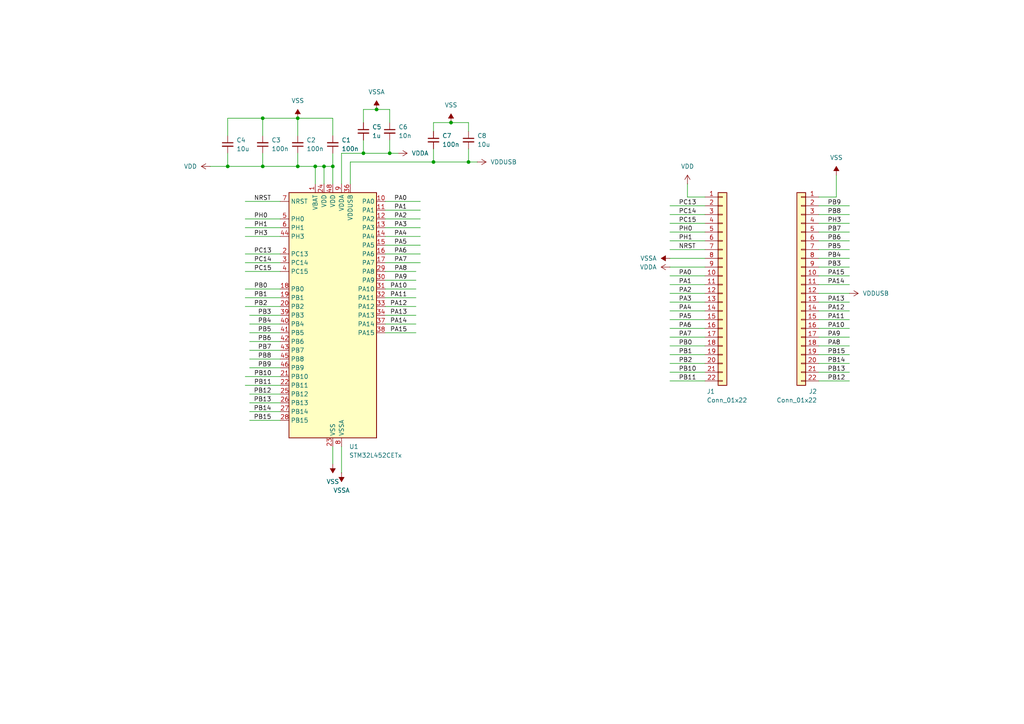
<source format=kicad_sch>
(kicad_sch (version 20231120) (generator "eeschema") (generator_version "8.0")
  (paper "A4")
  (lib_symbols
    (symbol "Connector_Generic:Conn_01x22" (pin_names (offset 1.016) hide)
      (property "Reference" "J" (at 0 27.94 0))
      (property "Value" "Conn_01x22" (at 0 -30.48 0))
      (symbol "Conn_01x22_1_1"
        (rectangle (start -1.27 -27.813) (end 0 -28.067) (stroke (width 0.1524)))
        (rectangle (start -1.27 -25.273) (end 0 -25.527) (stroke (width 0.1524)))
        (rectangle (start -1.27 -22.733) (end 0 -22.987) (stroke (width 0.1524)))
        (rectangle (start -1.27 -20.193) (end 0 -20.447) (stroke (width 0.1524)))
        (rectangle (start -1.27 -17.653) (end 0 -17.907) (stroke (width 0.1524)))
        (rectangle (start -1.27 -15.113) (end 0 -15.367) (stroke (width 0.1524)))
        (rectangle (start -1.27 -12.573) (end 0 -12.827) (stroke (width 0.1524)))
        (rectangle (start -1.27 -10.033) (end 0 -10.287) (stroke (width 0.1524)))
        (rectangle (start -1.27 -7.493) (end 0 -7.747) (stroke (width 0.1524)))
        (rectangle (start -1.27 -4.953) (end 0 -5.207) (stroke (width 0.1524)))
        (rectangle (start -1.27 -2.413) (end 0 -2.667) (stroke (width 0.1524)))
        (rectangle (start -1.27 0.127) (end 0 -0.127) (stroke (width 0.1524)))
        (rectangle (start -1.27 2.667) (end 0 2.413) (stroke (width 0.1524)))
        (rectangle (start -1.27 5.207) (end 0 4.953) (stroke (width 0.1524)))
        (rectangle (start -1.27 7.747) (end 0 7.493) (stroke (width 0.1524)))
        (rectangle (start -1.27 10.287) (end 0 10.033) (stroke (width 0.1524)))
        (rectangle (start -1.27 12.827) (end 0 12.573) (stroke (width 0.1524)))
        (rectangle (start -1.27 15.367) (end 0 15.113) (stroke (width 0.1524)))
        (rectangle (start -1.27 17.907) (end 0 17.653) (stroke (width 0.1524)))
        (rectangle (start -1.27 20.447) (end 0 20.193) (stroke (width 0.1524)))
        (rectangle (start -1.27 22.987) (end 0 22.733) (stroke (width 0.1524)))
        (rectangle (start -1.27 25.527) (end 0 25.273) (stroke (width 0.1524)))
        (rectangle (start -1.27 26.67) (end 1.27 -29.21) (stroke (width 0.254)) (fill (type background)))
        (pin passive line (at -5.08 25.4 0) (length 3.81) (name "Pin_1") (number "1"))
        (pin passive line (at -5.08 2.54 0) (length 3.81) (name "Pin_10") (number "10"))
        (pin passive line (at -5.08 0 0) (length 3.81) (name "Pin_11") (number "11"))
        (pin passive line (at -5.08 -2.54 0) (length 3.81) (name "Pin_12") (number "12"))
        (pin passive line (at -5.08 -5.08 0) (length 3.81) (name "Pin_13") (number "13"))
        (pin passive line (at -5.08 -7.62 0) (length 3.81) (name "Pin_14") (number "14"))
        (pin passive line (at -5.08 -10.16 0) (length 3.81) (name "Pin_15") (number "15"))
        (pin passive line (at -5.08 -12.7 0) (length 3.81) (name "Pin_16") (number "16"))
        (pin passive line (at -5.08 -15.24 0) (length 3.81) (name "Pin_17") (number "17"))
        (pin passive line (at -5.08 -17.78 0) (length 3.81) (name "Pin_18") (number "18"))
        (pin passive line (at -5.08 -20.32 0) (length 3.81) (name "Pin_19") (number "19"))
        (pin passive line (at -5.08 22.86 0) (length 3.81) (name "Pin_2") (number "2"))
        (pin passive line (at -5.08 -22.86 0) (length 3.81) (name "Pin_20") (number "20"))
        (pin passive line (at -5.08 -25.4 0) (length 3.81) (name "Pin_21") (number "21"))
        (pin passive line (at -5.08 -27.94 0) (length 3.81) (name "Pin_22") (number "22"))
        (pin passive line (at -5.08 20.32 0) (length 3.81) (name "Pin_3") (number "3"))
        (pin passive line (at -5.08 17.78 0) (length 3.81) (name "Pin_4") (number "4"))
        (pin passive line (at -5.08 15.24 0) (length 3.81) (name "Pin_5") (number "5"))
        (pin passive line (at -5.08 12.7 0) (length 3.81) (name "Pin_6") (number "6"))
        (pin passive line (at -5.08 10.16 0) (length 3.81) (name "Pin_7") (number "7"))
        (pin passive line (at -5.08 7.62 0) (length 3.81) (name "Pin_8") (number "8"))
        (pin passive line (at -5.08 5.08 0) (length 3.81) (name "Pin_9") (number "9"))
      )
    )
    (symbol "Device:C_Small" (pin_numbers hide) (pin_names (offset 0.254) hide)
      (property "Reference" "C" (at 0.254 1.778 0))
      (property "Value" "C_Small" (at 0.254 -2.032 0))
      (symbol "C_Small_0_1"
        (polyline (pts (xy -1.524 -0.508) (xy 1.524 -0.508)) (stroke (width 0.3302)))
        (polyline (pts (xy -1.524 0.508) (xy 1.524 0.508)) (stroke (width 0.3048)))
      )
      (symbol "C_Small_1_1"
        (pin passive line (at 0 2.54 270) (length 2.032) (name "~") (number "1"))
        (pin passive line (at 0 -2.54 90) (length 2.032) (name "~") (number "2"))
      )
    )
    (symbol "MCU_ST_STM32L4:STM32L452CETx"
      (property "Reference" "U" (at -12.7 36.83 0))
      (property "Value" "STM32L452CETx" (at 7.62 36.83 0))
      (symbol "STM32L452CETx_0_1"
        (rectangle (start -12.7 -35.56) (end 12.7 35.56) (stroke (width 0.254)) (fill (type background)))
      )
      (symbol "STM32L452CETx_1_1"
        (pin power_in line (at -5.08 38.1 270) (length 2.54) (name "VBAT") (number "1"))
        (pin bidirectional line (at 15.24 33.02 180) (length 2.54) (name "PA0") (number "10"))
        (pin bidirectional line (at 15.24 30.48 180) (length 2.54) (name "PA1") (number "11"))
        (pin bidirectional line (at 15.24 27.94 180) (length 2.54) (name "PA2") (number "12"))
        (pin bidirectional line (at 15.24 25.4 180) (length 2.54) (name "PA3") (number "13"))
        (pin bidirectional line (at 15.24 22.86 180) (length 2.54) (name "PA4") (number "14"))
        (pin bidirectional line (at 15.24 20.32 180) (length 2.54) (name "PA5") (number "15"))
        (pin bidirectional line (at 15.24 17.78 180) (length 2.54) (name "PA6") (number "16"))
        (pin bidirectional line (at 15.24 15.24 180) (length 2.54) (name "PA7") (number "17"))
        (pin bidirectional line (at -15.24 7.62 0) (length 2.54) (name "PB0") (number "18"))
        (pin bidirectional line (at -15.24 5.08 0) (length 2.54) (name "PB1") (number "19"))
        (pin bidirectional line (at -15.24 17.78 0) (length 2.54) (name "PC13") (number "2"))
        (pin bidirectional line (at -15.24 2.54 0) (length 2.54) (name "PB2") (number "20"))
        (pin bidirectional line (at -15.24 -17.78 0) (length 2.54) (name "PB10") (number "21"))
        (pin bidirectional line (at -15.24 -20.32 0) (length 2.54) (name "PB11") (number "22"))
        (pin power_in line (at 0 -38.1 90) (length 2.54) (name "VSS") (number "23"))
        (pin power_in line (at -2.54 38.1 270) (length 2.54) (name "VDD") (number "24"))
        (pin bidirectional line (at -15.24 -22.86 0) (length 2.54) (name "PB12") (number "25"))
        (pin bidirectional line (at -15.24 -25.4 0) (length 2.54) (name "PB13") (number "26"))
        (pin bidirectional line (at -15.24 -27.94 0) (length 2.54) (name "PB14") (number "27"))
        (pin bidirectional line (at -15.24 -30.48 0) (length 2.54) (name "PB15") (number "28"))
        (pin bidirectional line (at 15.24 12.7 180) (length 2.54) (name "PA8") (number "29"))
        (pin bidirectional line (at -15.24 15.24 0) (length 2.54) (name "PC14") (number "3"))
        (pin bidirectional line (at 15.24 10.16 180) (length 2.54) (name "PA9") (number "30"))
        (pin bidirectional line (at 15.24 7.62 180) (length 2.54) (name "PA10") (number "31"))
        (pin bidirectional line (at 15.24 5.08 180) (length 2.54) (name "PA11") (number "32"))
        (pin bidirectional line (at 15.24 2.54 180) (length 2.54) (name "PA12") (number "33"))
        (pin bidirectional line (at 15.24 0 180) (length 2.54) (name "PA13") (number "34"))
        (pin passive line (at 0 -38.1 90) (length 2.54) hide (name "VSS") (number "35"))
        (pin power_in line (at 5.08 38.1 270) (length 2.54) (name "VDDUSB") (number "36"))
        (pin bidirectional line (at 15.24 -2.54 180) (length 2.54) (name "PA14") (number "37"))
        (pin bidirectional line (at 15.24 -5.08 180) (length 2.54) (name "PA15") (number "38"))
        (pin bidirectional line (at -15.24 0 0) (length 2.54) (name "PB3") (number "39"))
        (pin bidirectional line (at -15.24 12.7 0) (length 2.54) (name "PC15") (number "4"))
        (pin bidirectional line (at -15.24 -2.54 0) (length 2.54) (name "PB4") (number "40"))
        (pin bidirectional line (at -15.24 -5.08 0) (length 2.54) (name "PB5") (number "41"))
        (pin bidirectional line (at -15.24 -7.62 0) (length 2.54) (name "PB6") (number "42"))
        (pin bidirectional line (at -15.24 -10.16 0) (length 2.54) (name "PB7") (number "43"))
        (pin bidirectional line (at -15.24 22.86 0) (length 2.54) (name "PH3") (number "44"))
        (pin bidirectional line (at -15.24 -12.7 0) (length 2.54) (name "PB8") (number "45"))
        (pin bidirectional line (at -15.24 -15.24 0) (length 2.54) (name "PB9") (number "46"))
        (pin passive line (at 0 -38.1 90) (length 2.54) hide (name "VSS") (number "47"))
        (pin power_in line (at 0 38.1 270) (length 2.54) (name "VDD") (number "48"))
        (pin bidirectional line (at -15.24 27.94 0) (length 2.54) (name "PH0") (number "5"))
        (pin bidirectional line (at -15.24 25.4 0) (length 2.54) (name "PH1") (number "6"))
        (pin input line (at -15.24 33.02 0) (length 2.54) (name "NRST") (number "7"))
        (pin power_in line (at 2.54 -38.1 90) (length 2.54) (name "VSSA") (number "8"))
        (pin power_in line (at 2.54 38.1 270) (length 2.54) (name "VDDA") (number "9"))
      )
    )
    (symbol "power:VDC" (power) (pin_numbers hide) (pin_names (offset 0) hide)
      (property "Value" "VDC" (at 0 3.556 0))
      (symbol "VDC_0_1"
        (polyline (pts (xy -0.762 1.27) (xy 0 2.54)))
        (polyline (pts (xy 0 0) (xy 0 2.54)))
        (polyline (pts (xy 0 2.54) (xy 0.762 1.27)))
      )
      (symbol "VDC_1_1"
        (pin power_in line (at 0 0 90) (length 0) (name "~") (number "1"))
      )
    )
    (symbol "power:VDD" (power) (pin_numbers hide) (pin_names (offset 0) hide)
      (property "Value" "VDD" (at 0 3.556 0))
      (symbol "VDD_0_1"
        (polyline (pts (xy -0.762 1.27) (xy 0 2.54)))
        (polyline (pts (xy 0 0) (xy 0 2.54)))
        (polyline (pts (xy 0 2.54) (xy 0.762 1.27)))
      )
      (symbol "VDD_1_1"
        (pin power_in line (at 0 0 90) (length 0) (name "~") (number "1"))
      )
    )
    (symbol "power:VDDA" (power) (pin_numbers hide) (pin_names (offset 0) hide)
      (property "Value" "VDDA" (at 0 3.556 0))
      (symbol "VDDA_0_1"
        (polyline (pts (xy -0.762 1.27) (xy 0 2.54)))
        (polyline (pts (xy 0 0) (xy 0 2.54)))
        (polyline (pts (xy 0 2.54) (xy 0.762 1.27)))
      )
      (symbol "VDDA_1_1"
        (pin power_in line (at 0 0 90) (length 0) (name "~") (number "1"))
      )
    )
    (symbol "power:VSS" (power) (pin_numbers hide) (pin_names (offset 0) hide)
      (property "Value" "VSS" (at 0 3.556 0))
      (symbol "VSS_0_1"
        (polyline (pts (xy 0 0) (xy 0 2.54)))
        (polyline (pts (xy 0.762 1.27) (xy -0.762 1.27) (xy 0 2.54) (xy 0.762 1.27)) (fill (type outline)))
      )
      (symbol "VSS_1_1"
        (pin power_in line (at 0 0 90) (length 0) (name "~") (number "1"))
      )
    )
    (symbol "power:VSSA" (power) (pin_numbers hide) (pin_names (offset 0) hide)
      (property "Value" "VSSA" (at 0 3.556 0))
      (symbol "VSSA_0_1"
        (polyline (pts (xy 0 0) (xy 0 2.54)))
        (polyline (pts (xy 0.762 1.27) (xy -0.762 1.27) (xy 0 2.54) (xy 0.762 1.27)) (fill (type outline)))
      )
      (symbol "VSSA_1_1"
        (pin power_in line (at 0 0 90) (length 0) (name "~") (number "1"))
      )
    )
  )
  (junction (at 125.73 46.99))
  (junction (at 76.2 34.29))
  (junction (at 76.2 48.26))
  (junction (at 93.98 48.26))
  (junction (at 109.22 31.75))
  (junction (at 135.89 46.99))
  (junction (at 86.36 34.29))
  (junction (at 66.04 48.26))
  (junction (at 105.41 44.45))
  (junction (at 113.03 44.45))
  (junction (at 86.36 48.26))
  (junction (at 130.81 35.56))
  (junction (at 91.44 48.26))
  (junction (at 96.52 48.26))
  (wire (pts (xy 81.28 101.6) (xy 72.39 101.6)))
  (wire (pts (xy 125.73 35.56) (xy 130.81 35.56)))
  (wire (pts (xy 194.31 90.17) (xy 204.47 90.17)))
  (wire (pts (xy 66.04 39.37) (xy 66.04 34.29)))
  (wire (pts (xy 125.73 43.18) (xy 125.73 46.99)))
  (wire (pts (xy 120.65 78.74) (xy 111.76 78.74)))
  (wire (pts (xy 86.36 44.45) (xy 86.36 48.26)))
  (wire (pts (xy 101.6 53.34) (xy 101.6 46.99)))
  (wire (pts (xy 135.89 38.1) (xy 135.89 35.56)))
  (wire (pts (xy 105.41 44.45) (xy 113.03 44.45)))
  (wire (pts (xy 81.28 106.68) (xy 72.39 106.68)))
  (wire (pts (xy 194.31 95.25) (xy 204.47 95.25)))
  (wire (pts (xy 111.76 76.2) (xy 121.92 76.2)))
  (wire (pts (xy 76.2 39.37) (xy 76.2 34.29)))
  (wire (pts (xy 93.98 48.26) (xy 96.52 48.26)))
  (wire (pts (xy 237.49 69.85) (xy 246.38 69.85)))
  (wire (pts (xy 237.49 110.49) (xy 246.38 110.49)))
  (wire (pts (xy 194.31 102.87) (xy 204.47 102.87)))
  (wire (pts (xy 194.31 59.69) (xy 204.47 59.69)))
  (wire (pts (xy 120.65 88.9) (xy 111.76 88.9)))
  (wire (pts (xy 99.06 44.45) (xy 105.41 44.45)))
  (wire (pts (xy 96.52 44.45) (xy 96.52 48.26)))
  (wire (pts (xy 71.12 68.58) (xy 81.28 68.58)))
  (wire (pts (xy 204.47 57.15) (xy 199.39 57.15)))
  (wire (pts (xy 237.49 59.69) (xy 246.38 59.69)))
  (wire (pts (xy 71.12 58.42) (xy 81.28 58.42)))
  (wire (pts (xy 91.44 48.26) (xy 86.36 48.26)))
  (wire (pts (xy 111.76 71.12) (xy 121.92 71.12)))
  (wire (pts (xy 135.89 46.99) (xy 138.43 46.99)))
  (wire (pts (xy 71.12 88.9) (xy 81.28 88.9)))
  (wire (pts (xy 96.52 48.26) (xy 96.52 53.34)))
  (wire (pts (xy 120.65 91.44) (xy 111.76 91.44)))
  (wire (pts (xy 111.76 63.5) (xy 121.92 63.5)))
  (wire (pts (xy 194.31 72.39) (xy 204.47 72.39)))
  (wire (pts (xy 60.96 48.26) (xy 66.04 48.26)))
  (wire (pts (xy 81.28 114.3) (xy 72.39 114.3)))
  (wire (pts (xy 71.12 83.82) (xy 81.28 83.82)))
  (wire (pts (xy 194.31 67.31) (xy 204.47 67.31)))
  (wire (pts (xy 194.31 105.41) (xy 204.47 105.41)))
  (wire (pts (xy 237.49 72.39) (xy 246.38 72.39)))
  (wire (pts (xy 71.12 63.5) (xy 81.28 63.5)))
  (wire (pts (xy 93.98 53.34) (xy 93.98 48.26)))
  (wire (pts (xy 81.28 119.38) (xy 72.39 119.38)))
  (wire (pts (xy 237.49 97.79) (xy 246.38 97.79)))
  (wire (pts (xy 111.76 68.58) (xy 121.92 68.58)))
  (wire (pts (xy 237.49 82.55) (xy 246.38 82.55)))
  (wire (pts (xy 76.2 34.29) (xy 86.36 34.29)))
  (wire (pts (xy 194.31 62.23) (xy 204.47 62.23)))
  (wire (pts (xy 96.52 34.29) (xy 86.36 34.29)))
  (wire (pts (xy 237.49 92.71) (xy 246.38 92.71)))
  (wire (pts (xy 71.12 76.2) (xy 81.28 76.2)))
  (wire (pts (xy 237.49 105.41) (xy 246.38 105.41)))
  (wire (pts (xy 120.65 96.52) (xy 111.76 96.52)))
  (wire (pts (xy 111.76 66.04) (xy 121.92 66.04)))
  (wire (pts (xy 125.73 38.1) (xy 125.73 35.56)))
  (wire (pts (xy 194.31 92.71) (xy 204.47 92.71)))
  (wire (pts (xy 71.12 86.36) (xy 81.28 86.36)))
  (wire (pts (xy 71.12 66.04) (xy 81.28 66.04)))
  (wire (pts (xy 199.39 57.15) (xy 199.39 53.34)))
  (wire (pts (xy 242.57 57.15) (xy 242.57 50.8)))
  (wire (pts (xy 135.89 43.18) (xy 135.89 46.99)))
  (wire (pts (xy 237.49 87.63) (xy 246.38 87.63)))
  (wire (pts (xy 237.49 107.95) (xy 246.38 107.95)))
  (wire (pts (xy 81.28 104.14) (xy 72.39 104.14)))
  (wire (pts (xy 194.31 64.77) (xy 204.47 64.77)))
  (wire (pts (xy 237.49 64.77) (xy 246.38 64.77)))
  (wire (pts (xy 111.76 58.42) (xy 121.92 58.42)))
  (wire (pts (xy 237.49 77.47) (xy 246.38 77.47)))
  (wire (pts (xy 237.49 95.25) (xy 246.38 95.25)))
  (wire (pts (xy 194.31 77.47) (xy 204.47 77.47)))
  (wire (pts (xy 66.04 34.29) (xy 76.2 34.29)))
  (wire (pts (xy 113.03 35.56) (xy 113.03 31.75)))
  (wire (pts (xy 125.73 46.99) (xy 135.89 46.99)))
  (wire (pts (xy 194.31 100.33) (xy 204.47 100.33)))
  (wire (pts (xy 237.49 90.17) (xy 246.38 90.17)))
  (wire (pts (xy 113.03 31.75) (xy 109.22 31.75)))
  (wire (pts (xy 237.49 74.93) (xy 246.38 74.93)))
  (wire (pts (xy 113.03 40.64) (xy 113.03 44.45)))
  (wire (pts (xy 120.65 93.98) (xy 111.76 93.98)))
  (wire (pts (xy 194.31 87.63) (xy 204.47 87.63)))
  (wire (pts (xy 96.52 129.54) (xy 96.52 134.62)))
  (wire (pts (xy 135.89 35.56) (xy 130.81 35.56)))
  (wire (pts (xy 93.98 48.26) (xy 91.44 48.26)))
  (wire (pts (xy 105.41 40.64) (xy 105.41 44.45)))
  (wire (pts (xy 81.28 99.06) (xy 72.39 99.06)))
  (wire (pts (xy 99.06 53.34) (xy 99.06 44.45)))
  (wire (pts (xy 237.49 85.09) (xy 246.38 85.09)))
  (wire (pts (xy 237.49 100.33) (xy 246.38 100.33)))
  (wire (pts (xy 194.31 69.85) (xy 204.47 69.85)))
  (wire (pts (xy 71.12 109.22) (xy 81.28 109.22)))
  (wire (pts (xy 109.22 31.75) (xy 105.41 31.75)))
  (wire (pts (xy 194.31 85.09) (xy 204.47 85.09)))
  (wire (pts (xy 113.03 44.45) (xy 115.57 44.45)))
  (wire (pts (xy 76.2 48.26) (xy 76.2 44.45)))
  (wire (pts (xy 71.12 73.66) (xy 81.28 73.66)))
  (wire (pts (xy 237.49 102.87) (xy 246.38 102.87)))
  (wire (pts (xy 194.31 107.95) (xy 204.47 107.95)))
  (wire (pts (xy 96.52 39.37) (xy 96.52 34.29)))
  (wire (pts (xy 237.49 57.15) (xy 242.57 57.15)))
  (wire (pts (xy 194.31 82.55) (xy 204.47 82.55)))
  (wire (pts (xy 86.36 48.26) (xy 76.2 48.26)))
  (wire (pts (xy 194.31 97.79) (xy 204.47 97.79)))
  (wire (pts (xy 76.2 48.26) (xy 66.04 48.26)))
  (wire (pts (xy 91.44 53.34) (xy 91.44 48.26)))
  (wire (pts (xy 81.28 93.98) (xy 72.39 93.98)))
  (wire (pts (xy 120.65 81.28) (xy 111.76 81.28)))
  (wire (pts (xy 194.31 110.49) (xy 204.47 110.49)))
  (wire (pts (xy 194.31 74.93) (xy 204.47 74.93)))
  (wire (pts (xy 237.49 67.31) (xy 246.38 67.31)))
  (wire (pts (xy 86.36 34.29) (xy 86.36 39.37)))
  (wire (pts (xy 99.06 129.54) (xy 99.06 137.16)))
  (wire (pts (xy 120.65 83.82) (xy 111.76 83.82)))
  (wire (pts (xy 111.76 60.96) (xy 121.92 60.96)))
  (wire (pts (xy 81.28 121.92) (xy 72.39 121.92)))
  (wire (pts (xy 71.12 111.76) (xy 81.28 111.76)))
  (wire (pts (xy 71.12 78.74) (xy 81.28 78.74)))
  (wire (pts (xy 81.28 116.84) (xy 72.39 116.84)))
  (wire (pts (xy 101.6 46.99) (xy 125.73 46.99)))
  (wire (pts (xy 81.28 96.52) (xy 72.39 96.52)))
  (wire (pts (xy 111.76 73.66) (xy 121.92 73.66)))
  (wire (pts (xy 194.31 80.01) (xy 204.47 80.01)))
  (wire (pts (xy 81.28 91.44) (xy 72.39 91.44)))
  (wire (pts (xy 237.49 80.01) (xy 246.38 80.01)))
  (wire (pts (xy 66.04 48.26) (xy 66.04 44.45)))
  (wire (pts (xy 120.65 86.36) (xy 111.76 86.36)))
  (wire (pts (xy 237.49 62.23) (xy 246.38 62.23)))
  (wire (pts (xy 105.41 31.75) (xy 105.41 35.56)))
  (label "PA14" (at 118.11 93.98 180))
  (label "PB4" (at 240.03 74.93 0))
  (label "PA0" (at 196.85 80.01 0))
  (label "PA15" (at 118.11 96.52 180))
  (label "PB14" (at 78.74 119.38 180))
  (label "PA2" (at 196.85 85.09 0))
  (label "PA15" (at 240.03 80.01 0))
  (label "PA0" (at 114.3 58.42 0))
  (label "PA6" (at 114.3 73.66 0))
  (label "PB6" (at 240.03 69.85 0))
  (label "PB8" (at 78.74 104.14 180))
  (label "PH3" (at 240.03 64.77 0))
  (label "PA13" (at 240.03 87.63 0))
  (label "PB2" (at 196.85 105.41 0))
  (label "PA3" (at 196.85 87.63 0))
  (label "PA3" (at 114.3 66.04 0))
  (label "PB6" (at 78.74 99.06 180))
  (label "PA14" (at 240.03 82.55 0))
  (label "PB7" (at 240.03 67.31 0))
  (label "PH1" (at 196.85 69.85 0))
  (label "NRST" (at 196.85 72.39 0))
  (label "PB2" (at 73.66 88.9 0))
  (label "PB3" (at 78.74 91.44 180))
  (label "PA11" (at 118.11 86.36 180))
  (label "PB4" (at 78.74 93.98 180))
  (label "PC14" (at 73.66 76.2 0))
  (label "PA12" (at 240.03 90.17 0))
  (label "PA7" (at 114.3 76.2 0))
  (label "PB0" (at 73.66 83.82 0))
  (label "PC15" (at 73.66 78.74 0))
  (label "PC15" (at 196.85 64.77 0))
  (label "PA5" (at 196.85 92.71 0))
  (label "PA9" (at 118.11 81.28 180))
  (label "PH1" (at 73.66 66.04 0))
  (label "PA13" (at 118.11 91.44 180))
  (label "PC13" (at 73.66 73.66 0))
  (label "PB3" (at 240.03 77.47 0))
  (label "PB11" (at 196.85 110.49 0))
  (label "PB15" (at 78.74 121.92 180))
  (label "PB15" (at 240.03 102.87 0))
  (label "PB12" (at 78.74 114.3 180))
  (label "PA1" (at 114.3 60.96 0))
  (label "PA4" (at 114.3 68.58 0))
  (label "PA12" (at 118.11 88.9 180))
  (label "PH0" (at 196.85 67.31 0))
  (label "PA4" (at 196.85 90.17 0))
  (label "PH0" (at 73.66 63.5 0))
  (label "PB10" (at 73.66 109.22 0))
  (label "PA7" (at 196.85 97.79 0))
  (label "PB1" (at 196.85 102.87 0))
  (label "PB1" (at 73.66 86.36 0))
  (label "PA6" (at 196.85 95.25 0))
  (label "PA2" (at 114.3 63.5 0))
  (label "PB10" (at 196.85 107.95 0))
  (label "PB5" (at 240.03 72.39 0))
  (label "PB14" (at 240.03 105.41 0))
  (label "NRST" (at 73.66 58.42 0))
  (label "PA1" (at 196.85 82.55 0))
  (label "PA8" (at 240.03 100.33 0))
  (label "PB7" (at 78.74 101.6 180))
  (label "PC14" (at 196.85 62.23 0))
  (label "PA9" (at 240.03 97.79 0))
  (label "PC13" (at 196.85 59.69 0))
  (label "PB13" (at 240.03 107.95 0))
  (label "PB9" (at 240.03 59.69 0))
  (label "PB5" (at 78.74 96.52 180))
  (label "PB12" (at 240.03 110.49 0))
  (label "PA8" (at 118.11 78.74 180))
  (label "PA10" (at 240.03 95.25 0))
  (label "PB0" (at 196.85 100.33 0))
  (label "PA5" (at 114.3 71.12 0))
  (label "PA11" (at 240.03 92.71 0))
  (label "PA10" (at 118.11 83.82 180))
  (label "PB8" (at 240.03 62.23 0))
  (label "PH3" (at 73.66 68.58 0))
  (label "PB9" (at 78.74 106.68 180))
  (label "PB13" (at 78.74 116.84 180))
  (label "PB11" (at 73.66 111.76 0))
  (symbol (lib_id "Connector_Generic:Conn_01x22") (at 209.55 82.55 0) (unit 1)
    (property "Reference" "J1" (at 204.978 113.538 0) (effects (justify left)))
    (property "Value" "Conn_01x22" (at 204.978 116.078 0) (effects (justify left)))
    (property "Footprint" "Connector_PinHeader_2.54mm:PinHeader_1x22_P2.54mm_Vertical" (effects (hide yes)))
    (property "Description" "Generic connector, single row, 01x22, script generated (kicad-library-utils/schlib/autogen/connector/)" (effects (hide yes)))
  )
  (symbol (lib_id "power:VDDA") (at 194.31 77.47 90) (unit 1)
    (property "Reference" "#PWR012" (effects (hide yes)))
    (property "Value" "VDDA" (at 190.5 77.4699 90) (effects (justify left)))
    (property "Description" "Power symbol creates a global label with name \"VDDA\"" (effects (hide yes)))
  )
  (symbol (lib_id "Device:C_Small") (at 76.2 41.91 180) (unit 1)
    (property "Reference" "C3" (at 78.74 40.6335 0) (effects (justify right)))
    (property "Value" "100n" (at 78.74 43.1735 0) (effects (justify right)))
    (property "Footprint" "Capacitor_SMD:C_0402_1005Metric" (effects (hide yes)))
    (property "Description" "Unpolarized capacitor, small symbol" (effects (hide yes)))
  )
  (symbol (lib_id "Device:C_Small") (at 125.73 40.64 0) (unit 1)
    (property "Reference" "C7" (at 128.27 39.3762 0) (effects (justify left)))
    (property "Value" "100n" (at 128.27 41.9162 0) (effects (justify left)))
    (property "Footprint" "Capacitor_SMD:C_0402_1005Metric" (effects (hide yes)))
    (property "Description" "Unpolarized capacitor, small symbol" (effects (hide yes)))
  )
  (symbol (lib_id "Device:C_Small") (at 105.41 38.1 0) (unit 1)
    (property "Reference" "C5" (at 107.95 36.8362 0) (effects (justify left)))
    (property "Value" "1u" (at 107.95 39.3762 0) (effects (justify left)))
    (property "Footprint" "Capacitor_SMD:C_0402_1005Metric" (effects (hide yes)))
    (property "Description" "Unpolarized capacitor, small symbol" (effects (hide yes)))
  )
  (symbol (lib_id "Device:C_Small") (at 135.89 40.64 0) (unit 1)
    (property "Reference" "C8" (at 138.43 39.3762 0) (effects (justify left)))
    (property "Value" "10u" (at 138.43 41.9162 0) (effects (justify left)))
    (property "Footprint" "Capacitor_SMD:C_0402_1005Metric" (effects (hide yes)))
    (property "Description" "Unpolarized capacitor, small symbol" (effects (hide yes)))
  )
  (symbol (lib_id "Device:C_Small") (at 86.36 41.91 180) (unit 1)
    (property "Reference" "C2" (at 88.9 40.6335 0) (effects (justify right)))
    (property "Value" "100n" (at 88.9 43.1735 0) (effects (justify right)))
    (property "Footprint" "Capacitor_SMD:C_0402_1005Metric" (effects (hide yes)))
    (property "Description" "Unpolarized capacitor, small symbol" (effects (hide yes)))
  )
  (symbol (lib_id "power:VDDA") (at 115.57 44.45 270) (unit 1)
    (property "Reference" "#PWR05" (effects (hide yes)))
    (property "Value" "VDDA" (at 119.38 44.4499 90) (effects (justify left)))
    (property "Description" "Power symbol creates a global label with name \"VDDA\"" (effects (hide yes)))
  )
  (symbol (lib_id "Device:C_Small") (at 66.04 41.91 0) (unit 1)
    (property "Reference" "C4" (at 68.58 40.6462 0) (effects (justify left)))
    (property "Value" "10u" (at 68.58 43.1862 0) (effects (justify left)))
    (property "Footprint" "Capacitor_SMD:C_0402_1005Metric" (effects (hide yes)))
    (property "Description" "Unpolarized capacitor, small symbol" (effects (hide yes)))
  )
  (symbol (lib_id "power:VSS") (at 242.57 50.8 0) (unit 1)
    (property "Reference" "#PWR010" (effects (hide yes)))
    (property "Value" "VSS" (at 242.57 45.72 0))
    (property "Description" "Power symbol creates a global label with name \"VSS\"" (effects (hide yes)))
  )
  (symbol (lib_id "Device:C_Small") (at 96.52 41.91 180) (unit 1)
    (property "Reference" "C1" (at 99.06 40.6335 0) (effects (justify right)))
    (property "Value" "100n" (at 99.06 43.1735 0) (effects (justify right)))
    (property "Footprint" "Capacitor_SMD:C_0402_1005Metric" (effects (hide yes)))
    (property "Description" "Unpolarized capacitor, small symbol" (effects (hide yes)))
  )
  (symbol (lib_id "power:VSSA") (at 99.06 137.16 180) (unit 1)
    (property "Reference" "#PWR04" (effects (hide yes)))
    (property "Value" "VSSA" (at 99.06 142.24 0))
    (property "Description" "Power symbol creates a global label with name \"VSSA\"" (effects (hide yes)))
  )
  (symbol (lib_id "power:VSSA") (at 109.22 31.75 0) (unit 1)
    (property "Reference" "#PWR06" (effects (hide yes)))
    (property "Value" "VSSA" (at 109.22 26.67 0))
    (property "Description" "Power symbol creates a global label with name \"VSSA\"" (effects (hide yes)))
  )
  (symbol (lib_id "power:VSS") (at 96.52 134.62 180) (unit 1)
    (property "Reference" "#PWR03" (effects (hide yes)))
    (property "Value" "VSS" (at 96.52 139.7 0))
    (property "Description" "Power symbol creates a global label with name \"VSS\"" (effects (hide yes)))
  )
  (symbol (lib_id "MCU_ST_STM32L4:STM32L452CETx") (at 96.52 91.44 0) (unit 1)
    (property "Reference" "U1" (at 101.2541 129.54 0) (effects (justify left)))
    (property "Value" "STM32L452CETx" (at 101.2541 132.08 0) (effects (justify left)))
    (property "Footprint" "Package_QFP:LQFP-48_7x7mm_P0.5mm" (effects (hide yes)))
    (property "Datasheet" "https://www.st.com/resource/en/datasheet/stm32l452ce.pdf" (effects (hide yes)))
    (property "Description" "STMicroelectronics Arm Cortex-M4 MCU, 512KB flash, 160KB RAM, 80 MHz, 1.71-3.6V, 38 GPIO, LQFP48" (effects (hide yes)))
  )
  (symbol (lib_id "Connector_Generic:Conn_01x22") (at 232.41 82.55 0) (mirror y) (unit 1)
    (property "Reference" "J2" (at 236.982 113.538 0) (effects (justify left)))
    (property "Value" "Conn_01x22" (at 236.982 116.078 0) (effects (justify left)))
    (property "Footprint" "Connector_PinHeader_2.54mm:PinHeader_1x22_P2.54mm_Vertical" (effects (hide yes)))
    (property "Description" "Generic connector, single row, 01x22, script generated (kicad-library-utils/schlib/autogen/connector/)" (effects (hide yes)))
  )
  (symbol (lib_id "power:VDC") (at 246.38 85.09 270) (unit 1)
    (property "Reference" "#PWR013" (effects (hide yes)))
    (property "Value" "VDDUSB" (at 250.19 85.0899 90) (effects (justify left)))
    (property "Description" "Power symbol creates a global label with name \"VDC\"" (effects (hide yes)))
  )
  (symbol (lib_id "Device:C_Small") (at 113.03 38.1 0) (unit 1)
    (property "Reference" "C6" (at 115.57 36.8362 0) (effects (justify left)))
    (property "Value" "10n" (at 115.57 39.3762 0) (effects (justify left)))
    (property "Footprint" "Capacitor_SMD:C_0402_1005Metric" (effects (hide yes)))
    (property "Description" "Unpolarized capacitor, small symbol" (effects (hide yes)))
  )
  (symbol (lib_id "power:VDD") (at 199.39 53.34 0) (unit 1)
    (property "Reference" "#PWR09" (effects (hide yes)))
    (property "Value" "VDD" (at 199.39 48.26 0))
    (property "Description" "Power symbol creates a global label with name \"VDD\"" (effects (hide yes)))
  )
  (symbol (lib_id "power:VDD") (at 138.43 46.99 270) (unit 1)
    (property "Reference" "#PWR07" (effects (hide yes)))
    (property "Value" "VDDUSB" (at 142.24 46.9899 90) (effects (justify left)))
    (property "Description" "Power symbol creates a global label with name \"VDD\"" (effects (hide yes)))
  )
  (symbol (lib_id "power:VSSA") (at 194.31 74.93 90) (unit 1)
    (property "Reference" "#PWR011" (effects (hide yes)))
    (property "Value" "VSSA" (at 190.5 74.9299 90) (effects (justify left)))
    (property "Description" "Power symbol creates a global label with name \"VSSA\"" (effects (hide yes)))
  )
  (symbol (lib_id "power:VSS") (at 86.36 34.29 0) (unit 1)
    (property "Reference" "#PWR02" (effects (hide yes)))
    (property "Value" "VSS" (at 86.36 29.21 0))
    (property "Description" "Power symbol creates a global label with name \"VSS\"" (effects (hide yes)))
  )
  (symbol (lib_id "power:VSS") (at 130.81 35.56 0) (unit 1)
    (property "Reference" "#PWR08" (effects (hide yes)))
    (property "Value" "VSS" (at 130.81 30.48 0))
    (property "Description" "Power symbol creates a global label with name \"VSS\"" (effects (hide yes)))
  )
  (symbol (lib_id "power:VDD") (at 60.96 48.26 90) (unit 1)
    (property "Reference" "#PWR01" (effects (hide yes)))
    (property "Value" "VDD" (at 57.15 48.2599 90) (effects (justify left)))
    (property "Description" "Power symbol creates a global label with name \"VDD\"" (effects (hide yes)))
  )
)
</source>
